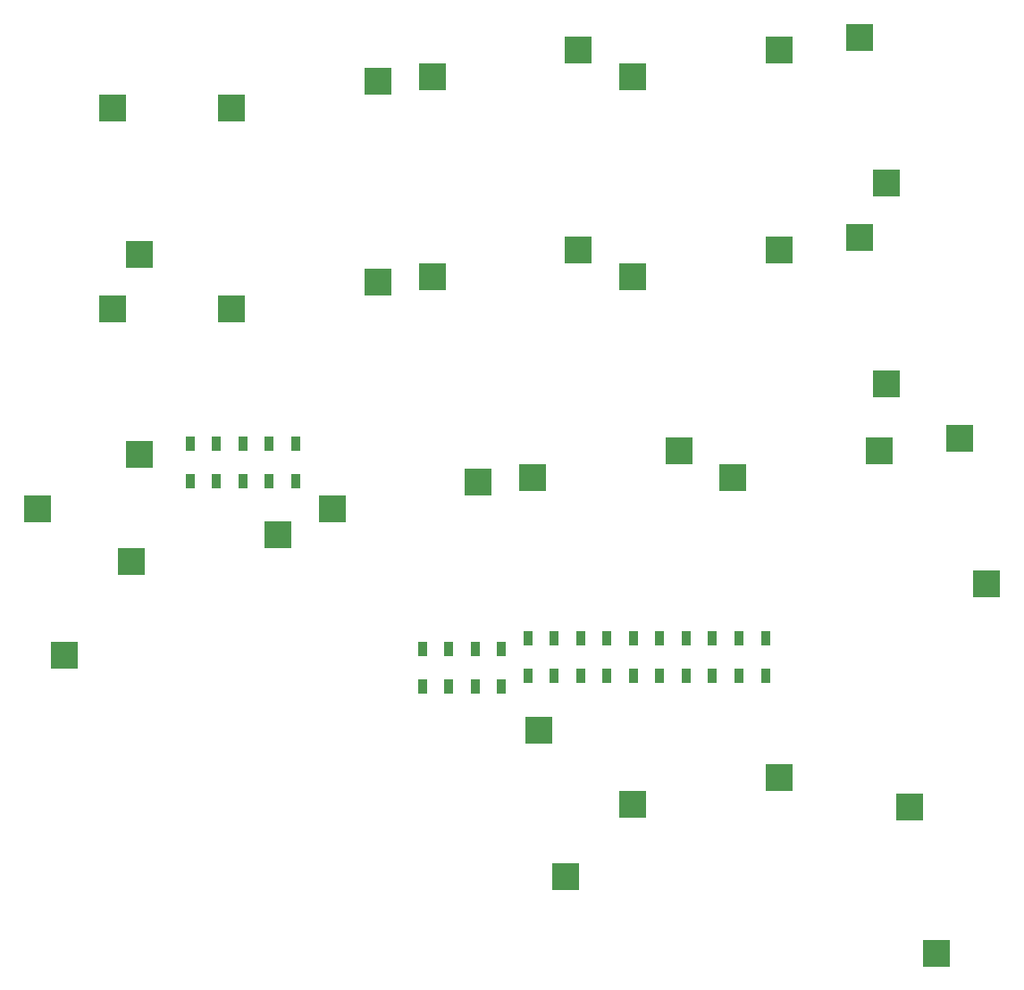
<source format=gbr>
%TF.GenerationSoftware,KiCad,Pcbnew,9.0.4*%
%TF.CreationDate,2025-11-12T08:08:54+09:00*%
%TF.ProjectId,modubu,6d6f6475-6275-42e6-9b69-6361645f7063,rev?*%
%TF.SameCoordinates,Original*%
%TF.FileFunction,Paste,Bot*%
%TF.FilePolarity,Positive*%
%FSLAX46Y46*%
G04 Gerber Fmt 4.6, Leading zero omitted, Abs format (unit mm)*
G04 Created by KiCad (PCBNEW 9.0.4) date 2025-11-12 08:08:54*
%MOMM*%
%LPD*%
G01*
G04 APERTURE LIST*
%ADD10R,0.940000X1.400000*%
%ADD11R,2.500000X2.550000*%
%ADD12R,2.550000X2.500000*%
G04 APERTURE END LIST*
D10*
%TO.C,D8*%
X97000001Y-116274999D03*
X96999999Y-112725001D03*
%TD*%
%TO.C,D14*%
X112000001Y-116274998D03*
X111999999Y-112725000D03*
%TD*%
D11*
%TO.C,SW19*%
X48080000Y-114290000D03*
X45540000Y-100440000D03*
%TD*%
%TO.C,SW1*%
X55205000Y-76290000D03*
X52665000Y-62440000D03*
%TD*%
D10*
%TO.C,D16*%
X84500001Y-117275001D03*
X84499999Y-113725003D03*
%TD*%
D11*
%TO.C,SW18*%
X128170000Y-128710000D03*
X130710000Y-142560000D03*
%TD*%
D10*
%TO.C,D9*%
X99500001Y-116274998D03*
X99499999Y-112725000D03*
%TD*%
%TO.C,D3*%
X65000001Y-97774999D03*
X64999999Y-94225001D03*
%TD*%
D12*
%TO.C,SW8*%
X96790000Y-75920000D03*
X82940000Y-78460000D03*
%TD*%
D10*
%TO.C,D1*%
X60000001Y-97774999D03*
X59999999Y-94225001D03*
%TD*%
%TO.C,D6*%
X92000001Y-116274999D03*
X91999999Y-112725001D03*
%TD*%
%TO.C,D11*%
X104500001Y-116274999D03*
X104499999Y-112725001D03*
%TD*%
D12*
%TO.C,SW12*%
X87290000Y-97920000D03*
X73440000Y-100460000D03*
%TD*%
D10*
%TO.C,D15*%
X114500001Y-116274999D03*
X114499999Y-112725001D03*
%TD*%
D12*
%TO.C,SW13*%
X106290000Y-94920000D03*
X92440000Y-97460000D03*
%TD*%
D11*
%TO.C,SW6*%
X55205000Y-95290000D03*
X52665000Y-81440000D03*
%TD*%
D10*
%TO.C,D12*%
X107000001Y-116275000D03*
X106999999Y-112725002D03*
%TD*%
D11*
%TO.C,SW10*%
X123420000Y-74710000D03*
X125960000Y-88560000D03*
%TD*%
D10*
%TO.C,D2*%
X62500001Y-97775000D03*
X62499999Y-94225002D03*
%TD*%
D11*
%TO.C,SW16*%
X95580000Y-135290000D03*
X93040000Y-121440000D03*
%TD*%
D12*
%TO.C,SW9*%
X115790000Y-75920000D03*
X101940000Y-78460000D03*
%TD*%
D10*
%TO.C,D13*%
X109500001Y-116274999D03*
X109499999Y-112725001D03*
%TD*%
%TO.C,D10*%
X102000001Y-116274999D03*
X101999999Y-112725001D03*
%TD*%
%TO.C,D7*%
X94500001Y-116275000D03*
X94499999Y-112725002D03*
%TD*%
%TO.C,D4*%
X67500001Y-97774998D03*
X67499999Y-94225000D03*
%TD*%
D12*
%TO.C,SW2*%
X77790000Y-59920000D03*
X63940000Y-62460000D03*
%TD*%
D10*
%TO.C,D17*%
X87000001Y-117275000D03*
X86999999Y-113725002D03*
%TD*%
D11*
%TO.C,SW5*%
X123420000Y-55710000D03*
X125960000Y-69560000D03*
%TD*%
D12*
%TO.C,SW4*%
X115790000Y-56920000D03*
X101940000Y-59460000D03*
%TD*%
D10*
%TO.C,D19*%
X82000001Y-117275000D03*
X81999999Y-113725002D03*
%TD*%
D11*
%TO.C,SW15*%
X132920000Y-93710000D03*
X135460000Y-107560000D03*
%TD*%
D12*
%TO.C,SW14*%
X125290000Y-94920000D03*
X111440000Y-97460000D03*
%TD*%
%TO.C,SW3*%
X96790000Y-56920000D03*
X82940000Y-59460000D03*
%TD*%
%TO.C,SW17*%
X115790000Y-125920000D03*
X101940000Y-128460000D03*
%TD*%
%TO.C,SW11*%
X68290000Y-102920000D03*
X54440000Y-105460000D03*
%TD*%
D10*
%TO.C,D18*%
X89500001Y-117274999D03*
X89499999Y-113725001D03*
%TD*%
%TO.C,D5*%
X70000001Y-97774999D03*
X69999999Y-94225001D03*
%TD*%
D12*
%TO.C,SW7*%
X77790000Y-78920000D03*
X63940000Y-81460000D03*
%TD*%
M02*

</source>
